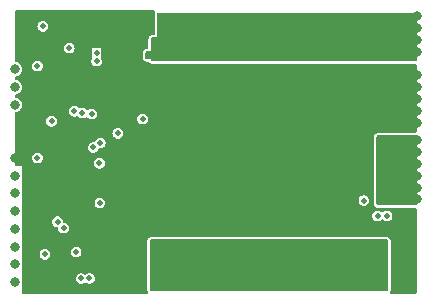
<source format=gbr>
%TF.GenerationSoftware,KiCad,Pcbnew,7.0.9*%
%TF.CreationDate,2024-04-04T22:54:04+08:00*%
%TF.ProjectId,power_module_v0.1,706f7765-725f-46d6-9f64-756c655f7630,rev?*%
%TF.SameCoordinates,Original*%
%TF.FileFunction,Copper,L2,Inr*%
%TF.FilePolarity,Positive*%
%FSLAX46Y46*%
G04 Gerber Fmt 4.6, Leading zero omitted, Abs format (unit mm)*
G04 Created by KiCad (PCBNEW 7.0.9) date 2024-04-04 22:54:04*
%MOMM*%
%LPD*%
G01*
G04 APERTURE LIST*
%TA.AperFunction,ViaPad*%
%ADD10C,0.800000*%
%TD*%
%TA.AperFunction,ViaPad*%
%ADD11C,0.500000*%
%TD*%
G04 APERTURE END LIST*
D10*
%TO.N,Net-(U1-NRST)*%
X116600000Y-98000000D03*
D11*
X119700000Y-99400000D03*
%TO.N,GNDA*%
X148600000Y-96000000D03*
X137570000Y-108630000D03*
X145070000Y-108630000D03*
X144850000Y-98250000D03*
X120630000Y-112860000D03*
X135850000Y-102000000D03*
X136600000Y-95250000D03*
X137350000Y-101250000D03*
X126800000Y-95600000D03*
X139600000Y-101250000D03*
X138100000Y-104000000D03*
X134340000Y-106800000D03*
X126200000Y-104350000D03*
X128700000Y-101700000D03*
X149350000Y-95250000D03*
X124400000Y-113700000D03*
X143350000Y-101250000D03*
X126800000Y-93800000D03*
X140350000Y-102000000D03*
X147100000Y-97500000D03*
X136600000Y-98250000D03*
X149350000Y-96000000D03*
X134600000Y-96000000D03*
X134350000Y-99750000D03*
X138850000Y-104000000D03*
X124200000Y-90500000D03*
X117740000Y-107130000D03*
X134350000Y-104750000D03*
X138850000Y-105500000D03*
X136590000Y-106800000D03*
X139600000Y-100500000D03*
X117650000Y-98850000D03*
X134600000Y-96750000D03*
X136600000Y-99750000D03*
X136600000Y-102000000D03*
X138100000Y-99000000D03*
X133600000Y-104750000D03*
X144850000Y-103500000D03*
X141850000Y-104750000D03*
X121250000Y-99100000D03*
X142600000Y-100500000D03*
X139600000Y-104000000D03*
X122250000Y-91000000D03*
X137350000Y-99750000D03*
X141850000Y-99000000D03*
X129000000Y-95400000D03*
X138850000Y-95250000D03*
X139600000Y-97500000D03*
X138850000Y-104750000D03*
X122800000Y-96650000D03*
X142600000Y-97500000D03*
X138100000Y-100500000D03*
X148600000Y-95250000D03*
X138100000Y-104000000D03*
X123000000Y-90500000D03*
X125800000Y-102000000D03*
X126200000Y-96200000D03*
X119850000Y-105049500D03*
X120550000Y-92400000D03*
X146350000Y-98250000D03*
X128100000Y-100750000D03*
X138100000Y-104750000D03*
X135100000Y-104000000D03*
X137350000Y-100500000D03*
X130400000Y-96000000D03*
X122000000Y-103300000D03*
X135850000Y-98250000D03*
X124250000Y-91600000D03*
X136600000Y-104750000D03*
X135100000Y-97500000D03*
X135570000Y-108630000D03*
X117480000Y-104760000D03*
X138850000Y-97500000D03*
X137350000Y-104000000D03*
X137340000Y-106800000D03*
X144850000Y-101250000D03*
X136600000Y-104000000D03*
X141100000Y-104000000D03*
X125950000Y-113600000D03*
X122800000Y-113700000D03*
X147100000Y-96000000D03*
X125230000Y-107980000D03*
X134570000Y-108630000D03*
X144100000Y-96750000D03*
X121442984Y-102900000D03*
X124100000Y-111500000D03*
X144840000Y-106800000D03*
X126200000Y-103700000D03*
X136600000Y-99000000D03*
D10*
X116600000Y-102500000D03*
D11*
X119400000Y-96400000D03*
X122418886Y-91631114D03*
X126205014Y-105550500D03*
X136570000Y-108630000D03*
X148600000Y-99000000D03*
X122200000Y-109000000D03*
X141570000Y-108630000D03*
X140350000Y-100500000D03*
X137350000Y-104750000D03*
X143350000Y-102000000D03*
X142600000Y-98250000D03*
X135850000Y-104000000D03*
X141100000Y-102000000D03*
X141100000Y-101250000D03*
X143350000Y-95250000D03*
X121400000Y-95000000D03*
X135100000Y-104750000D03*
X146350000Y-96000000D03*
X144050000Y-103450000D03*
X133570000Y-108630000D03*
D10*
X150600000Y-99500000D03*
D11*
X132100000Y-95400000D03*
X144100000Y-96000000D03*
X140350000Y-101250000D03*
X140350000Y-97500000D03*
X117000000Y-99600000D03*
X140570000Y-108630000D03*
X139600000Y-104000000D03*
X126200000Y-95000000D03*
X125600000Y-94400000D03*
X121100000Y-109400000D03*
X143350000Y-105500000D03*
X126150000Y-109500000D03*
X138850000Y-99750000D03*
X140350000Y-95250000D03*
X134350000Y-100500000D03*
X122700000Y-94000000D03*
X148600000Y-96750000D03*
X138570000Y-108630000D03*
X121700000Y-90500000D03*
X135100000Y-100500000D03*
X140350000Y-99750000D03*
X135100000Y-99750000D03*
X141850000Y-95250000D03*
X138100000Y-105500000D03*
X142600000Y-105500000D03*
X120750000Y-97250000D03*
X134350000Y-104000000D03*
X133590000Y-106800000D03*
X142600000Y-104750000D03*
X147850000Y-96750000D03*
X134350000Y-101250000D03*
X117200000Y-90500000D03*
X137350000Y-99000000D03*
X125600000Y-96200000D03*
X135850000Y-104000000D03*
X136600000Y-104000000D03*
X140350000Y-104750000D03*
X138100000Y-98250000D03*
X121350000Y-92400000D03*
X121400000Y-96700000D03*
X144850000Y-102000000D03*
X148600000Y-99750000D03*
X133600000Y-105500000D03*
X122699500Y-93200000D03*
X126200000Y-106900000D03*
X141840000Y-106800000D03*
X133600000Y-101250000D03*
X137350000Y-102000000D03*
X147100000Y-96750000D03*
X120100000Y-96400000D03*
X136600000Y-105500000D03*
X139600000Y-99750000D03*
X141100000Y-97500000D03*
X138850000Y-98250000D03*
X145350000Y-105000000D03*
X126200000Y-103100000D03*
X135850000Y-105500000D03*
X138100000Y-105500000D03*
X117325000Y-92175000D03*
X117850000Y-94000000D03*
X126800000Y-95000000D03*
X137350000Y-104750000D03*
X143570000Y-108630000D03*
X149350000Y-99000000D03*
X126500000Y-96700000D03*
D10*
X150600000Y-95500000D03*
D11*
X144850000Y-102750000D03*
X126150000Y-110400000D03*
X137350000Y-104000000D03*
X138100000Y-97500000D03*
X117680000Y-99600000D03*
X137350000Y-105500000D03*
X124250000Y-92350000D03*
X129000000Y-96000000D03*
X121400000Y-95700000D03*
X135850000Y-95250000D03*
X138850000Y-99000000D03*
X140350000Y-104000000D03*
X146350000Y-96750000D03*
X136600000Y-101250000D03*
X122200000Y-108200000D03*
X126200000Y-93800000D03*
X144100000Y-95250000D03*
X138850000Y-100500000D03*
X142600000Y-96750000D03*
X135100000Y-102000000D03*
X140340000Y-106800000D03*
X141100000Y-99000000D03*
X135850000Y-101250000D03*
X122100000Y-113700000D03*
X137350000Y-97500000D03*
X121100000Y-110200000D03*
X146350000Y-95250000D03*
X122950000Y-92400000D03*
X144100000Y-100500000D03*
X119990000Y-109590000D03*
X147850000Y-97500000D03*
X142570000Y-108630000D03*
X119450498Y-103255169D03*
X141850000Y-96000000D03*
X122000000Y-102500000D03*
X138840000Y-106800000D03*
X144850000Y-95250000D03*
X141100000Y-99750000D03*
X145600000Y-95250000D03*
X121400000Y-97300000D03*
X139570000Y-108630000D03*
X125600000Y-93800000D03*
X138100000Y-104000000D03*
X149350000Y-97500000D03*
X119700000Y-113700000D03*
X120020000Y-110390000D03*
X145600000Y-99000000D03*
X147100000Y-99000000D03*
X135840000Y-106800000D03*
X117000000Y-98850000D03*
X135100000Y-101250000D03*
X147850000Y-98250000D03*
X125100000Y-113700000D03*
X138100000Y-102000000D03*
X126200000Y-94400000D03*
X142600000Y-99750000D03*
X139600000Y-98250000D03*
X125600000Y-91400000D03*
X147100000Y-95250000D03*
X118900000Y-113700000D03*
X144320000Y-108630000D03*
X141090000Y-106800000D03*
X134350000Y-102000000D03*
X136600000Y-104000000D03*
X142600000Y-95250000D03*
X121450000Y-112870000D03*
X143350000Y-98250000D03*
X149350000Y-99750000D03*
X129800000Y-95400000D03*
X123600000Y-113700000D03*
X125780000Y-107390000D03*
X120600000Y-90500000D03*
X126150000Y-111750000D03*
X137350000Y-104000000D03*
X147850000Y-99750000D03*
X145600000Y-99750000D03*
X118070000Y-109180000D03*
X142590000Y-106800000D03*
X138100000Y-95250000D03*
X139600000Y-104750000D03*
X147850000Y-99000000D03*
X118100000Y-113700000D03*
X126800000Y-96200000D03*
X143350000Y-96000000D03*
X143340000Y-106800000D03*
X121300000Y-113700000D03*
X125600000Y-95600000D03*
X135100000Y-105500000D03*
X145350000Y-104000000D03*
X144850000Y-97500000D03*
X147850000Y-95250000D03*
X130400000Y-95400000D03*
X144100000Y-102000000D03*
X144100000Y-98250000D03*
X139600000Y-99000000D03*
X145600000Y-96000000D03*
X139600000Y-102000000D03*
X141100000Y-105500000D03*
X147850000Y-96000000D03*
X144100000Y-101250000D03*
X141850000Y-105500000D03*
X145600000Y-97500000D03*
X142600000Y-102000000D03*
X138100000Y-99750000D03*
D10*
X150600000Y-98500000D03*
D11*
X119427657Y-105542937D03*
X141100000Y-95250000D03*
X141850000Y-99750000D03*
X125650000Y-110000000D03*
X118060000Y-104170000D03*
X138100000Y-104750000D03*
X125300000Y-102800000D03*
X125600000Y-95000000D03*
X141100000Y-104000000D03*
X141850000Y-101250000D03*
X117200000Y-92900000D03*
X138090000Y-106800000D03*
X138850000Y-101250000D03*
X137350000Y-95250000D03*
X129800000Y-94800000D03*
X138100000Y-101250000D03*
X118070000Y-103510000D03*
X140350000Y-98250000D03*
X118300000Y-90500000D03*
X144090000Y-106800000D03*
X123680000Y-112080000D03*
X142600000Y-99000000D03*
X131500000Y-95400000D03*
X136600000Y-97500000D03*
X144800000Y-105000000D03*
X121500000Y-108450000D03*
X124610000Y-106700000D03*
X125600000Y-90500000D03*
X149350000Y-98250000D03*
D10*
X150600000Y-97500000D03*
D11*
X124646256Y-108485630D03*
X125200000Y-110450000D03*
X141100000Y-104750000D03*
X144100000Y-99750000D03*
X146350000Y-99000000D03*
X126150000Y-111000000D03*
X149350000Y-96750000D03*
X135100000Y-98250000D03*
X145400000Y-106800000D03*
X144850000Y-100500000D03*
X140350000Y-99000000D03*
X135850000Y-97500000D03*
X126100000Y-113000000D03*
X133600000Y-102000000D03*
X142600000Y-96000000D03*
X125300000Y-102200000D03*
X118000000Y-100950000D03*
X119400000Y-95800000D03*
X132850000Y-96000000D03*
X142600000Y-101250000D03*
X141850000Y-96750000D03*
X127450000Y-100750000D03*
X126200000Y-95600000D03*
X128700000Y-100750000D03*
X129000000Y-94800000D03*
X123500000Y-92800000D03*
X120500000Y-113700000D03*
X143350000Y-99000000D03*
X141850000Y-104000000D03*
X130400000Y-94800000D03*
X119512640Y-107770232D03*
X143350000Y-99750000D03*
X135850000Y-104750000D03*
X141850000Y-100500000D03*
X143600000Y-102850000D03*
X124700000Y-110900000D03*
X138850000Y-102000000D03*
X141850000Y-97500000D03*
X143350000Y-100500000D03*
X145600000Y-98250000D03*
X141850000Y-102000000D03*
X125900000Y-96700000D03*
X123200000Y-109800000D03*
X135850000Y-99000000D03*
X146350000Y-97500000D03*
X126150000Y-112350000D03*
X140350000Y-105500000D03*
X125300000Y-101500000D03*
X139600000Y-105500000D03*
X135090000Y-106800000D03*
X119500000Y-90500000D03*
X135850000Y-100500000D03*
X120800000Y-96700000D03*
X123000000Y-91300000D03*
X126200000Y-104948977D03*
X133600000Y-104000000D03*
X129800000Y-96000000D03*
X144850000Y-96000000D03*
X148600000Y-98250000D03*
X136600000Y-100500000D03*
X144850000Y-99000000D03*
X147100000Y-98250000D03*
X137350000Y-98250000D03*
X144100000Y-97500000D03*
X118100916Y-106476196D03*
X148600000Y-97500000D03*
X146350000Y-99750000D03*
X143350000Y-96750000D03*
X133600000Y-100500000D03*
X123500000Y-93600497D03*
X126800000Y-94400000D03*
X145600000Y-96750000D03*
X144850000Y-99750000D03*
X139600000Y-95250000D03*
X139590000Y-106800000D03*
X121390000Y-94100000D03*
D10*
X150600000Y-96500000D03*
D11*
X133850000Y-96000000D03*
X135850000Y-99750000D03*
X144850000Y-101250000D03*
X141850000Y-98250000D03*
X144550000Y-104050000D03*
X122700000Y-110300000D03*
X127400000Y-94800000D03*
X120049445Y-95791374D03*
X143350000Y-97500000D03*
X117850000Y-92900000D03*
X138850000Y-104000000D03*
X141100000Y-98250000D03*
X134350000Y-105500000D03*
X140350000Y-104000000D03*
X117200000Y-94000000D03*
X144100000Y-99000000D03*
X126200000Y-102450497D03*
X147100000Y-99750000D03*
X144850000Y-96750000D03*
X141100000Y-100500000D03*
%TO.N,+5VA*%
X125300000Y-100400000D03*
X118950000Y-91350000D03*
%TO.N,Net-(U2-VSEN+)*%
X132600000Y-111250000D03*
X129600000Y-112000000D03*
X134850000Y-112000000D03*
X147600000Y-113500000D03*
X146850000Y-112750000D03*
X134850000Y-112750000D03*
X128600000Y-109750000D03*
X131100000Y-112000000D03*
X146350000Y-110500000D03*
X133350000Y-112000000D03*
X140100000Y-112750000D03*
X131850000Y-109750000D03*
X146850000Y-113500000D03*
X147850000Y-111250000D03*
X137850000Y-113500000D03*
X147850000Y-110500000D03*
X144600000Y-109750000D03*
X140100000Y-113500000D03*
X147100000Y-110500000D03*
X121770332Y-110461723D03*
X136350000Y-113500000D03*
X134850000Y-113500000D03*
X138600000Y-112000000D03*
X146100000Y-113500000D03*
X132600000Y-112750000D03*
X141600000Y-113500000D03*
X131100000Y-113500000D03*
X144600000Y-113500000D03*
X131100000Y-112750000D03*
X134850000Y-111250000D03*
X145350000Y-113500000D03*
X131850000Y-112000000D03*
X128600000Y-110500000D03*
X132600000Y-110500000D03*
X137850000Y-112000000D03*
X137100000Y-113500000D03*
X143100000Y-113500000D03*
X130350000Y-112000000D03*
X147850000Y-109750000D03*
X133350000Y-109750000D03*
X130350000Y-110500000D03*
X133350000Y-112750000D03*
X142350000Y-113500000D03*
X146100000Y-112750000D03*
X143100000Y-112750000D03*
X134100000Y-112000000D03*
X138600000Y-109750000D03*
X129600000Y-109750000D03*
X131100000Y-110500000D03*
X142350000Y-109750000D03*
X132600000Y-113500000D03*
X142350000Y-112000000D03*
X130350000Y-112750000D03*
X146100000Y-112000000D03*
X140850000Y-109750000D03*
X131100000Y-111250000D03*
X133350000Y-111250000D03*
X141600000Y-109750000D03*
X134100000Y-109750000D03*
X129600000Y-112750000D03*
X132600000Y-112000000D03*
X147600000Y-112000000D03*
X135600000Y-112000000D03*
X134100000Y-110500000D03*
X134100000Y-112750000D03*
X136350000Y-111250000D03*
X139350000Y-113500000D03*
X143850000Y-109750000D03*
X131850000Y-110500000D03*
X139350000Y-112000000D03*
X129600000Y-110500000D03*
X128600000Y-112000000D03*
X146144500Y-106100000D03*
X144600000Y-112000000D03*
X128600000Y-113500000D03*
X145350000Y-112000000D03*
X131850000Y-112750000D03*
X134100000Y-111250000D03*
X145350000Y-109750000D03*
X143100000Y-109750000D03*
X143850000Y-112000000D03*
X131850000Y-111250000D03*
X143100000Y-112000000D03*
X137850000Y-109750000D03*
X146350000Y-111250000D03*
X132600000Y-109750000D03*
X137850000Y-112750000D03*
X147100000Y-109750000D03*
X147100000Y-111250000D03*
X140850000Y-112000000D03*
X131850000Y-113500000D03*
X140850000Y-113500000D03*
X140100000Y-112000000D03*
X129600000Y-113500000D03*
X133350000Y-110500000D03*
X137100000Y-112750000D03*
X136350000Y-112750000D03*
X130350000Y-109750000D03*
X141600000Y-112750000D03*
X140850000Y-112750000D03*
X142350000Y-112750000D03*
X138600000Y-113500000D03*
X139364224Y-112741396D03*
X130350000Y-111250000D03*
X137100000Y-112000000D03*
X143850000Y-112750000D03*
X134100000Y-113500000D03*
X130350000Y-113500000D03*
X139350000Y-109750000D03*
X144600000Y-112750000D03*
X138600000Y-112750000D03*
X131100000Y-109750000D03*
X146350000Y-109750000D03*
X128600000Y-112750000D03*
X129600000Y-111250000D03*
X141600000Y-112000000D03*
X146850000Y-112000000D03*
X135600000Y-113500000D03*
X136350000Y-112000000D03*
X139999503Y-109750000D03*
X145350000Y-112750000D03*
X123500000Y-94300000D03*
X147600000Y-112750000D03*
X135600000Y-111250000D03*
X135600000Y-112750000D03*
X128600000Y-111250000D03*
X133350000Y-113500000D03*
X143850000Y-113500000D03*
%TO.N,VCC*%
X141850000Y-93750000D03*
X127400000Y-99200000D03*
X144850000Y-90750000D03*
X132850000Y-90750000D03*
X138100000Y-92250000D03*
X149350000Y-92250000D03*
X145600000Y-92250000D03*
X135850000Y-90750000D03*
X144100000Y-93750000D03*
X147850000Y-93750000D03*
X138850000Y-90750000D03*
X148600000Y-93750000D03*
X136600000Y-90750000D03*
X144850000Y-91500000D03*
X141100000Y-92250000D03*
X130200000Y-93800000D03*
X144100000Y-92250000D03*
X136600000Y-92250000D03*
X142600000Y-92250000D03*
X141850000Y-92250000D03*
X144850000Y-93750000D03*
X138850000Y-92250000D03*
X132100000Y-93000000D03*
X135850000Y-92250000D03*
X138850000Y-91500000D03*
X146350000Y-93750000D03*
X140350000Y-90750000D03*
X149350000Y-93750000D03*
X148600000Y-91500000D03*
X130600000Y-90750000D03*
X144100000Y-93000000D03*
X137350000Y-90750000D03*
X129100000Y-90750000D03*
X147100000Y-91500000D03*
X143350000Y-93000000D03*
X148600000Y-90750000D03*
X142600000Y-93000000D03*
X133600000Y-90750000D03*
X135850000Y-91500000D03*
D10*
X150600000Y-93500000D03*
D11*
X132100000Y-91500000D03*
X147850000Y-92250000D03*
X144100000Y-90750000D03*
X145600000Y-93750000D03*
X135100000Y-90750000D03*
X129850000Y-90750000D03*
X131350000Y-91500000D03*
X149350000Y-90750000D03*
X143350000Y-92250000D03*
X145600000Y-90750000D03*
X132100000Y-92250000D03*
X135100000Y-92250000D03*
X146350000Y-90750000D03*
X141850000Y-93000000D03*
X145600000Y-93000000D03*
X134350000Y-92250000D03*
X134350000Y-91500000D03*
X145600000Y-91500000D03*
D10*
X150600000Y-90500000D03*
D11*
X144100000Y-91500000D03*
X137350000Y-91500000D03*
X147100000Y-93000000D03*
X128100000Y-93800000D03*
X129850000Y-91500000D03*
X133600000Y-92250000D03*
X133600000Y-91500000D03*
X134350000Y-90750000D03*
X137350000Y-92250000D03*
X143350000Y-93750000D03*
X138100000Y-91500000D03*
X142600000Y-91500000D03*
X140350000Y-91500000D03*
D10*
X150600000Y-92500000D03*
D11*
X147100000Y-93750000D03*
X132100000Y-90750000D03*
X128800000Y-93800000D03*
X139600000Y-92250000D03*
X146350000Y-92250000D03*
X143350000Y-91500000D03*
X147850000Y-93000000D03*
X132850000Y-91500000D03*
X129100000Y-91500000D03*
X140350000Y-92250000D03*
X142600000Y-93750000D03*
X149350000Y-91500000D03*
X148600000Y-92250000D03*
X144850000Y-93000000D03*
X149350000Y-93000000D03*
X141850000Y-90750000D03*
X146350000Y-91500000D03*
X143350000Y-90750000D03*
X141100000Y-91500000D03*
X142600000Y-90750000D03*
X141850000Y-91500000D03*
X148600000Y-93000000D03*
X139600000Y-90750000D03*
X146350000Y-93000000D03*
X131350000Y-90750000D03*
X147100000Y-90750000D03*
X139600000Y-91500000D03*
X147850000Y-91500000D03*
X129500000Y-93800000D03*
X141100000Y-90750000D03*
X144850000Y-92250000D03*
X130600000Y-91500000D03*
X138100000Y-90750000D03*
X135100000Y-91500000D03*
X136600000Y-91500000D03*
X147100000Y-92250000D03*
D10*
X150600000Y-91500000D03*
D11*
X147850000Y-90750000D03*
X132850000Y-92250000D03*
%TO.N,+3.3V*%
X118500000Y-102500000D03*
X118500000Y-94700000D03*
X119130000Y-110660000D03*
D10*
X116600000Y-104000000D03*
D11*
X123790000Y-106300000D03*
X121200000Y-93200000D03*
X123100000Y-98790000D03*
X123742333Y-102953937D03*
D10*
X116600000Y-104000000D03*
D11*
%TO.N,I2C0_SCL*%
X123809998Y-101226361D03*
X120200000Y-107900000D03*
D10*
X116600000Y-111500000D03*
%TO.N,UART_TXD*%
X116600000Y-105500000D03*
%TO.N,UART_RXD*%
X116600000Y-107000000D03*
D11*
%TO.N,I2C0_SDA*%
X123224500Y-101609109D03*
X120711349Y-108434212D03*
D10*
X116600000Y-113000000D03*
D11*
%TO.N,Net-(U3-Vin-)*%
X147300000Y-107400000D03*
X122200000Y-112700000D03*
%TO.N,Net-(U3-Vin+)*%
X148100000Y-107400000D03*
X122899503Y-112700000D03*
%TO.N,/VOUT*%
X148600000Y-104000000D03*
X148600000Y-104750000D03*
X148600000Y-106250000D03*
X149350000Y-103250000D03*
X147850000Y-102500000D03*
D10*
X150600000Y-103000000D03*
D11*
X147850000Y-104750000D03*
X147850000Y-105500000D03*
X147850000Y-101750000D03*
X147850000Y-104000000D03*
X149350000Y-102500000D03*
D10*
X150600000Y-106000000D03*
D11*
X149350000Y-104750000D03*
X148600000Y-102500000D03*
D10*
X150600000Y-105000000D03*
D11*
X148600000Y-103250000D03*
X147950497Y-101000000D03*
X149350000Y-104000000D03*
X147850000Y-106250000D03*
X149350000Y-106250000D03*
D10*
X150600000Y-101000000D03*
D11*
X147850000Y-103250000D03*
D10*
X150600000Y-102000000D03*
D11*
X149350000Y-105500000D03*
X148600000Y-101000000D03*
X149350000Y-101000000D03*
X148600000Y-101750000D03*
X148600000Y-105500000D03*
D10*
X150600000Y-104000000D03*
D11*
X149350000Y-101750000D03*
D10*
%TO.N,GPIO2*%
X116600000Y-108500000D03*
%TO.N,GPIO3*%
X116600000Y-110000000D03*
D11*
%TO.N,SWDIO*%
X122300000Y-98700000D03*
D10*
X116600000Y-95000000D03*
%TO.N,SWCLK*%
X116600000Y-96500000D03*
D11*
X121617128Y-98549500D03*
%TD*%
%TA.AperFunction,Conductor*%
%TO.N,VCC*%
G36*
X150542539Y-90209685D02*
G01*
X150588294Y-90262489D01*
X150599500Y-90314000D01*
X150599500Y-94186000D01*
X150579815Y-94253039D01*
X150527011Y-94298794D01*
X150475500Y-94310000D01*
X128214000Y-94310000D01*
X128146961Y-94290315D01*
X128101206Y-94237511D01*
X128090000Y-94186000D01*
X128090000Y-94130000D01*
X127754000Y-94130000D01*
X127686961Y-94110315D01*
X127641206Y-94057511D01*
X127630000Y-94006000D01*
X127630000Y-93574000D01*
X127649685Y-93506961D01*
X127702489Y-93461206D01*
X127754000Y-93450000D01*
X128100000Y-93450000D01*
X128100000Y-92414000D01*
X128119685Y-92346961D01*
X128172489Y-92301206D01*
X128224000Y-92290000D01*
X128640000Y-92290000D01*
X128640000Y-90314000D01*
X128659685Y-90246961D01*
X128712489Y-90201206D01*
X128764000Y-90190000D01*
X150475500Y-90190000D01*
X150542539Y-90209685D01*
G37*
%TD.AperFunction*%
%TD*%
%TA.AperFunction,Conductor*%
%TO.N,/VOUT*%
G36*
X150542386Y-100594768D02*
G01*
X150588218Y-100647505D01*
X150599500Y-100699182D01*
X150599500Y-106376000D01*
X150579815Y-106443039D01*
X150527011Y-106488794D01*
X150475500Y-106500000D01*
X147324000Y-106500000D01*
X147256961Y-106480315D01*
X147211206Y-106427511D01*
X147200000Y-106376000D01*
X147200000Y-100703817D01*
X147219685Y-100636778D01*
X147272489Y-100591023D01*
X147323813Y-100579817D01*
X150475322Y-100575183D01*
X150542386Y-100594768D01*
G37*
%TD.AperFunction*%
%TD*%
%TA.AperFunction,Conductor*%
%TO.N,GNDA*%
G36*
X128423583Y-90020185D02*
G01*
X128469338Y-90072989D01*
X128479282Y-90142147D01*
X128464765Y-90185031D01*
X128462510Y-90189063D01*
X128462510Y-90189064D01*
X128462509Y-90189064D01*
X128442826Y-90256096D01*
X128434500Y-90314003D01*
X128434500Y-91960500D01*
X128414815Y-92027539D01*
X128362011Y-92073294D01*
X128310500Y-92084500D01*
X128223992Y-92084500D01*
X128180313Y-92089197D01*
X128128807Y-92100402D01*
X128118629Y-92102889D01*
X128118624Y-92102891D01*
X128037916Y-92145899D01*
X128037913Y-92145901D01*
X127993244Y-92184607D01*
X127985111Y-92191655D01*
X127967159Y-92209243D01*
X127967154Y-92209249D01*
X127922511Y-92289059D01*
X127922509Y-92289064D01*
X127902826Y-92356096D01*
X127894500Y-92414003D01*
X127894500Y-93120500D01*
X127874815Y-93187539D01*
X127822011Y-93233294D01*
X127770500Y-93244500D01*
X127753992Y-93244500D01*
X127710313Y-93249197D01*
X127658807Y-93260402D01*
X127648629Y-93262889D01*
X127648624Y-93262891D01*
X127567916Y-93305899D01*
X127567913Y-93305901D01*
X127542149Y-93328226D01*
X127515111Y-93351655D01*
X127497159Y-93369243D01*
X127497154Y-93369249D01*
X127452511Y-93449059D01*
X127452509Y-93449064D01*
X127432826Y-93516096D01*
X127432825Y-93516101D01*
X127432825Y-93516102D01*
X127428819Y-93543967D01*
X127424500Y-93574003D01*
X127424500Y-94006007D01*
X127429197Y-94049686D01*
X127440402Y-94101193D01*
X127441815Y-94106975D01*
X127442890Y-94111373D01*
X127485900Y-94192085D01*
X127531655Y-94244889D01*
X127549246Y-94262843D01*
X127549247Y-94262844D01*
X127549249Y-94262845D01*
X127629059Y-94307488D01*
X127629063Y-94307490D01*
X127696102Y-94327175D01*
X127754000Y-94335500D01*
X127857570Y-94335500D01*
X127924609Y-94355185D01*
X127951281Y-94378296D01*
X127991655Y-94424889D01*
X128009246Y-94442843D01*
X128009247Y-94442844D01*
X128009249Y-94442845D01*
X128087563Y-94486651D01*
X128089063Y-94487490D01*
X128156102Y-94507175D01*
X128214000Y-94515500D01*
X128214004Y-94515500D01*
X150475500Y-94515500D01*
X150542539Y-94535185D01*
X150588294Y-94587989D01*
X150599500Y-94639500D01*
X150599500Y-100245682D01*
X150579815Y-100312721D01*
X150527011Y-100358476D01*
X150475682Y-100369682D01*
X147894457Y-100373477D01*
X147323511Y-100374317D01*
X147301744Y-100376682D01*
X147279973Y-100379047D01*
X147252890Y-100384960D01*
X147228653Y-100390253D01*
X147223640Y-100391480D01*
X147218628Y-100392706D01*
X147218626Y-100392707D01*
X147137916Y-100435716D01*
X147137913Y-100435718D01*
X147093244Y-100474424D01*
X147085111Y-100481472D01*
X147067159Y-100499060D01*
X147067154Y-100499066D01*
X147022511Y-100578876D01*
X147022509Y-100578881D01*
X147002826Y-100645913D01*
X147002825Y-100645918D01*
X147002825Y-100645919D01*
X146995458Y-100697159D01*
X146994500Y-100703820D01*
X146994500Y-106376007D01*
X146999197Y-106419686D01*
X147010402Y-106471193D01*
X147012889Y-106481370D01*
X147012890Y-106481373D01*
X147055900Y-106562085D01*
X147101655Y-106614889D01*
X147119246Y-106632843D01*
X147119247Y-106632844D01*
X147119249Y-106632845D01*
X147197563Y-106676651D01*
X147199063Y-106677490D01*
X147266102Y-106697175D01*
X147304963Y-106702762D01*
X147344324Y-106720739D01*
X147396223Y-106705500D01*
X148003776Y-106705500D01*
X148070815Y-106725185D01*
X148099999Y-106758865D01*
X148129184Y-106725185D01*
X148196223Y-106705500D01*
X150475500Y-106705500D01*
X150542539Y-106725185D01*
X150588294Y-106777989D01*
X150599500Y-106829500D01*
X150599500Y-113875500D01*
X150579815Y-113942539D01*
X150527011Y-113988294D01*
X150475500Y-113999500D01*
X148477862Y-113999500D01*
X148410823Y-113979815D01*
X148365068Y-113927011D01*
X148355124Y-113857853D01*
X148369641Y-113814967D01*
X148377490Y-113800937D01*
X148397175Y-113733898D01*
X148405500Y-113676000D01*
X148405500Y-109524000D01*
X148400803Y-109480316D01*
X148396535Y-109460701D01*
X148389598Y-109428807D01*
X148387110Y-109418629D01*
X148387110Y-109418627D01*
X148344100Y-109337915D01*
X148298345Y-109285111D01*
X148280756Y-109267159D01*
X148280750Y-109267154D01*
X148200940Y-109222511D01*
X148200935Y-109222509D01*
X148133903Y-109202826D01*
X148133899Y-109202825D01*
X148133898Y-109202825D01*
X148076000Y-109194500D01*
X128124000Y-109194500D01*
X128123992Y-109194500D01*
X128080313Y-109199197D01*
X128028807Y-109210402D01*
X128018629Y-109212889D01*
X128018624Y-109212891D01*
X127937916Y-109255899D01*
X127937913Y-109255901D01*
X127924921Y-109267159D01*
X127885111Y-109301655D01*
X127867159Y-109319243D01*
X127867154Y-109319249D01*
X127822511Y-109399059D01*
X127822509Y-109399064D01*
X127802826Y-109466096D01*
X127802825Y-109466101D01*
X127802825Y-109466102D01*
X127794502Y-109523992D01*
X127794500Y-109524003D01*
X127794500Y-113676007D01*
X127799197Y-113719686D01*
X127810402Y-113771193D01*
X127812889Y-113781370D01*
X127812890Y-113781373D01*
X127823315Y-113800937D01*
X127831974Y-113817185D01*
X127846130Y-113885606D01*
X127821047Y-113950818D01*
X127764690Y-113992117D01*
X127722542Y-113999500D01*
X117324000Y-113999500D01*
X117256961Y-113979815D01*
X117211206Y-113927011D01*
X117200000Y-113875500D01*
X117200000Y-113047225D01*
X117200531Y-113039124D01*
X117201188Y-113034139D01*
X117205682Y-113000000D01*
X117200530Y-112960871D01*
X117200000Y-112952773D01*
X117200000Y-112700000D01*
X121744867Y-112700000D01*
X121763302Y-112828225D01*
X121817117Y-112946061D01*
X121817118Y-112946063D01*
X121863853Y-112999999D01*
X121897754Y-113039124D01*
X121901951Y-113043967D01*
X122010931Y-113114004D01*
X122135225Y-113150499D01*
X122135227Y-113150500D01*
X122135228Y-113150500D01*
X122264773Y-113150500D01*
X122264773Y-113150499D01*
X122389069Y-113114004D01*
X122482713Y-113053822D01*
X122549752Y-113034139D01*
X122616790Y-113053823D01*
X122710434Y-113114004D01*
X122834728Y-113150499D01*
X122834730Y-113150500D01*
X122834731Y-113150500D01*
X122964276Y-113150500D01*
X122964276Y-113150499D01*
X123088572Y-113114004D01*
X123197552Y-113043967D01*
X123282385Y-112946063D01*
X123336200Y-112828226D01*
X123354636Y-112700000D01*
X123336200Y-112571774D01*
X123282385Y-112453937D01*
X123197552Y-112356033D01*
X123088572Y-112285996D01*
X123088568Y-112285994D01*
X123088567Y-112285994D01*
X122964277Y-112249500D01*
X122964275Y-112249500D01*
X122834731Y-112249500D01*
X122834729Y-112249500D01*
X122710438Y-112285994D01*
X122710435Y-112285995D01*
X122710434Y-112285996D01*
X122639099Y-112331839D01*
X122616790Y-112346177D01*
X122549750Y-112365861D01*
X122482713Y-112346177D01*
X122389069Y-112285996D01*
X122389065Y-112285994D01*
X122389064Y-112285994D01*
X122264774Y-112249500D01*
X122264772Y-112249500D01*
X122135228Y-112249500D01*
X122135226Y-112249500D01*
X122010935Y-112285994D01*
X122010932Y-112285995D01*
X122010931Y-112285996D01*
X121959677Y-112318934D01*
X121901950Y-112356033D01*
X121817118Y-112453937D01*
X121817117Y-112453938D01*
X121763302Y-112571774D01*
X121744867Y-112700000D01*
X117200000Y-112700000D01*
X117200000Y-111547225D01*
X117200531Y-111539124D01*
X117205682Y-111500000D01*
X117205682Y-111499999D01*
X117200531Y-111460875D01*
X117200000Y-111452773D01*
X117200000Y-110660000D01*
X118674867Y-110660000D01*
X118693302Y-110788225D01*
X118733264Y-110875727D01*
X118747118Y-110906063D01*
X118831951Y-111003967D01*
X118940931Y-111074004D01*
X119065225Y-111110499D01*
X119065227Y-111110500D01*
X119065228Y-111110500D01*
X119194773Y-111110500D01*
X119194773Y-111110499D01*
X119319069Y-111074004D01*
X119428049Y-111003967D01*
X119512882Y-110906063D01*
X119566697Y-110788226D01*
X119585133Y-110660000D01*
X119566697Y-110531774D01*
X119534705Y-110461723D01*
X121315199Y-110461723D01*
X121333634Y-110589948D01*
X121387449Y-110707784D01*
X121387450Y-110707786D01*
X121472283Y-110805690D01*
X121581263Y-110875727D01*
X121705557Y-110912222D01*
X121705559Y-110912223D01*
X121705560Y-110912223D01*
X121835105Y-110912223D01*
X121835105Y-110912222D01*
X121959401Y-110875727D01*
X122068381Y-110805690D01*
X122153214Y-110707786D01*
X122207029Y-110589949D01*
X122225465Y-110461723D01*
X122207029Y-110333497D01*
X122153214Y-110215660D01*
X122068381Y-110117756D01*
X121959401Y-110047719D01*
X121959397Y-110047717D01*
X121959396Y-110047717D01*
X121835106Y-110011223D01*
X121835104Y-110011223D01*
X121705560Y-110011223D01*
X121705558Y-110011223D01*
X121581267Y-110047717D01*
X121581264Y-110047718D01*
X121581263Y-110047719D01*
X121530009Y-110080657D01*
X121472282Y-110117756D01*
X121387450Y-110215660D01*
X121387449Y-110215661D01*
X121333634Y-110333497D01*
X121315199Y-110461723D01*
X119534705Y-110461723D01*
X119512882Y-110413937D01*
X119428049Y-110316033D01*
X119319069Y-110245996D01*
X119319065Y-110245994D01*
X119319064Y-110245994D01*
X119194774Y-110209500D01*
X119194772Y-110209500D01*
X119065228Y-110209500D01*
X119065226Y-110209500D01*
X118940935Y-110245994D01*
X118940932Y-110245995D01*
X118940931Y-110245996D01*
X118889677Y-110278934D01*
X118831950Y-110316033D01*
X118747118Y-110413937D01*
X118747117Y-110413938D01*
X118693302Y-110531774D01*
X118674867Y-110660000D01*
X117200000Y-110660000D01*
X117200000Y-110047225D01*
X117200531Y-110039124D01*
X117205682Y-110000000D01*
X117205682Y-109999999D01*
X117200531Y-109960875D01*
X117200000Y-109952773D01*
X117200000Y-108547225D01*
X117200531Y-108539124D01*
X117205682Y-108500000D01*
X117205682Y-108499999D01*
X117200531Y-108460875D01*
X117200000Y-108452773D01*
X117200000Y-107900000D01*
X119744867Y-107900000D01*
X119763302Y-108028225D01*
X119791626Y-108090245D01*
X119817118Y-108146063D01*
X119901951Y-108243967D01*
X120010931Y-108314004D01*
X120131594Y-108349433D01*
X120135225Y-108350499D01*
X120135227Y-108350500D01*
X120136733Y-108350500D01*
X120138178Y-108350924D01*
X120144005Y-108351762D01*
X120143884Y-108352599D01*
X120203772Y-108370185D01*
X120249527Y-108422989D01*
X120259471Y-108456853D01*
X120274651Y-108562437D01*
X120317729Y-108656762D01*
X120328467Y-108680275D01*
X120413300Y-108778179D01*
X120522280Y-108848216D01*
X120646574Y-108884711D01*
X120646576Y-108884712D01*
X120646577Y-108884712D01*
X120776122Y-108884712D01*
X120776122Y-108884711D01*
X120900418Y-108848216D01*
X121009398Y-108778179D01*
X121094231Y-108680275D01*
X121148046Y-108562438D01*
X121166482Y-108434212D01*
X121148046Y-108305986D01*
X121094231Y-108188149D01*
X121009398Y-108090245D01*
X120900418Y-108020208D01*
X120900414Y-108020206D01*
X120900413Y-108020206D01*
X120776123Y-107983712D01*
X120776121Y-107983712D01*
X120774616Y-107983712D01*
X120773170Y-107983287D01*
X120767344Y-107982450D01*
X120767464Y-107981612D01*
X120707577Y-107964027D01*
X120661822Y-107911223D01*
X120651878Y-107877359D01*
X120636697Y-107771774D01*
X120582882Y-107653938D01*
X120582882Y-107653937D01*
X120498049Y-107556033D01*
X120389069Y-107485996D01*
X120389065Y-107485994D01*
X120389064Y-107485994D01*
X120264774Y-107449500D01*
X120264772Y-107449500D01*
X120135228Y-107449500D01*
X120135226Y-107449500D01*
X120010935Y-107485994D01*
X120010932Y-107485995D01*
X120010931Y-107485996D01*
X119959677Y-107518934D01*
X119901950Y-107556033D01*
X119817118Y-107653937D01*
X119817117Y-107653938D01*
X119763302Y-107771774D01*
X119744867Y-107900000D01*
X117200000Y-107900000D01*
X117200000Y-107400000D01*
X146844867Y-107400000D01*
X146863302Y-107528225D01*
X146876002Y-107556033D01*
X146917118Y-107646063D01*
X147001951Y-107743967D01*
X147110931Y-107814004D01*
X147235225Y-107850499D01*
X147235227Y-107850500D01*
X147235228Y-107850500D01*
X147364773Y-107850500D01*
X147364773Y-107850499D01*
X147489069Y-107814004D01*
X147598049Y-107743967D01*
X147606284Y-107734462D01*
X147665061Y-107696686D01*
X147734930Y-107696684D01*
X147793710Y-107734456D01*
X147793716Y-107734463D01*
X147801949Y-107743966D01*
X147801951Y-107743967D01*
X147910931Y-107814004D01*
X148035225Y-107850499D01*
X148035227Y-107850500D01*
X148035228Y-107850500D01*
X148164773Y-107850500D01*
X148164773Y-107850499D01*
X148289069Y-107814004D01*
X148398049Y-107743967D01*
X148482882Y-107646063D01*
X148536697Y-107528226D01*
X148555133Y-107400000D01*
X148536697Y-107271774D01*
X148482882Y-107153937D01*
X148398049Y-107056033D01*
X148289069Y-106985996D01*
X148289065Y-106985994D01*
X148289064Y-106985994D01*
X148161290Y-106948477D01*
X148102512Y-106910703D01*
X148100000Y-106905203D01*
X148097489Y-106910703D01*
X148038711Y-106948477D01*
X148038710Y-106948477D01*
X147910935Y-106985994D01*
X147910932Y-106985995D01*
X147910931Y-106985996D01*
X147869435Y-107012663D01*
X147801948Y-107056034D01*
X147793713Y-107065539D01*
X147734936Y-107103314D01*
X147665066Y-107103314D01*
X147606288Y-107065540D01*
X147606287Y-107065539D01*
X147598051Y-107056034D01*
X147571738Y-107039124D01*
X147489069Y-106985996D01*
X147489065Y-106985994D01*
X147489064Y-106985994D01*
X147361290Y-106948477D01*
X147337671Y-106933298D01*
X147304958Y-106948238D01*
X147287313Y-106949500D01*
X147235226Y-106949500D01*
X147110935Y-106985994D01*
X147110932Y-106985995D01*
X147110931Y-106985996D01*
X147059677Y-107018934D01*
X147001950Y-107056033D01*
X146917118Y-107153937D01*
X146917117Y-107153938D01*
X146863302Y-107271774D01*
X146844867Y-107400000D01*
X117200000Y-107400000D01*
X117200000Y-107047225D01*
X117200531Y-107039124D01*
X117205682Y-107000000D01*
X117205682Y-106999999D01*
X117200531Y-106960875D01*
X117200000Y-106952773D01*
X117200000Y-106300000D01*
X123334867Y-106300000D01*
X123353302Y-106428225D01*
X123392477Y-106514004D01*
X123407118Y-106546063D01*
X123491951Y-106643967D01*
X123600931Y-106714004D01*
X123623869Y-106720739D01*
X123725225Y-106750499D01*
X123725227Y-106750500D01*
X123725228Y-106750500D01*
X123854773Y-106750500D01*
X123854773Y-106750499D01*
X123979069Y-106714004D01*
X124088049Y-106643967D01*
X124172882Y-106546063D01*
X124226697Y-106428226D01*
X124245133Y-106300000D01*
X124226697Y-106171774D01*
X124193919Y-106100000D01*
X145689367Y-106100000D01*
X145707802Y-106228225D01*
X145740581Y-106300000D01*
X145761618Y-106346063D01*
X145846451Y-106443967D01*
X145955431Y-106514004D01*
X146064617Y-106546063D01*
X146079725Y-106550499D01*
X146079727Y-106550500D01*
X146079728Y-106550500D01*
X146209273Y-106550500D01*
X146209273Y-106550499D01*
X146333569Y-106514004D01*
X146442549Y-106443967D01*
X146527382Y-106346063D01*
X146581197Y-106228226D01*
X146599633Y-106100000D01*
X146581197Y-105971774D01*
X146527382Y-105853937D01*
X146442549Y-105756033D01*
X146333569Y-105685996D01*
X146333565Y-105685994D01*
X146333564Y-105685994D01*
X146209274Y-105649500D01*
X146209272Y-105649500D01*
X146079728Y-105649500D01*
X146079726Y-105649500D01*
X145955435Y-105685994D01*
X145955432Y-105685995D01*
X145955431Y-105685996D01*
X145904177Y-105718934D01*
X145846450Y-105756033D01*
X145761618Y-105853937D01*
X145761617Y-105853938D01*
X145707802Y-105971774D01*
X145689367Y-106100000D01*
X124193919Y-106100000D01*
X124172882Y-106053937D01*
X124088049Y-105956033D01*
X123979069Y-105885996D01*
X123979065Y-105885994D01*
X123979064Y-105885994D01*
X123854774Y-105849500D01*
X123854772Y-105849500D01*
X123725228Y-105849500D01*
X123725226Y-105849500D01*
X123600935Y-105885994D01*
X123600932Y-105885995D01*
X123600931Y-105885996D01*
X123549677Y-105918934D01*
X123491950Y-105956033D01*
X123407118Y-106053937D01*
X123407117Y-106053938D01*
X123353302Y-106171774D01*
X123334867Y-106300000D01*
X117200000Y-106300000D01*
X117200000Y-105547225D01*
X117200531Y-105539124D01*
X117205682Y-105500000D01*
X117205682Y-105499999D01*
X117200531Y-105460875D01*
X117200000Y-105452773D01*
X117200000Y-104047225D01*
X117200531Y-104039124D01*
X117205682Y-104000000D01*
X117205682Y-103999999D01*
X117200531Y-103960875D01*
X117200000Y-103952773D01*
X117200000Y-103200000D01*
X116724500Y-103200000D01*
X116657461Y-103180315D01*
X116611706Y-103127511D01*
X116600500Y-103076000D01*
X116600500Y-102953937D01*
X123287200Y-102953937D01*
X123305635Y-103082162D01*
X123350461Y-103180315D01*
X123359451Y-103200000D01*
X123444284Y-103297904D01*
X123553264Y-103367941D01*
X123677558Y-103404436D01*
X123677560Y-103404437D01*
X123677561Y-103404437D01*
X123807106Y-103404437D01*
X123807106Y-103404436D01*
X123931402Y-103367941D01*
X124040382Y-103297904D01*
X124125215Y-103200000D01*
X124179030Y-103082163D01*
X124197466Y-102953937D01*
X124179030Y-102825711D01*
X124125215Y-102707874D01*
X124040382Y-102609970D01*
X123931402Y-102539933D01*
X123931398Y-102539931D01*
X123931397Y-102539931D01*
X123807107Y-102503437D01*
X123807105Y-102503437D01*
X123677561Y-102503437D01*
X123677559Y-102503437D01*
X123553268Y-102539931D01*
X123553265Y-102539932D01*
X123553264Y-102539933D01*
X123503805Y-102571718D01*
X123444283Y-102609970D01*
X123359451Y-102707874D01*
X123359450Y-102707875D01*
X123305635Y-102825711D01*
X123287200Y-102953937D01*
X116600500Y-102953937D01*
X116600500Y-102500000D01*
X118044867Y-102500000D01*
X118063302Y-102628225D01*
X118094784Y-102697159D01*
X118117118Y-102746063D01*
X118201951Y-102843967D01*
X118310931Y-102914004D01*
X118435225Y-102950499D01*
X118435227Y-102950500D01*
X118435228Y-102950500D01*
X118564773Y-102950500D01*
X118564773Y-102950499D01*
X118689069Y-102914004D01*
X118798049Y-102843967D01*
X118882882Y-102746063D01*
X118936697Y-102628226D01*
X118955133Y-102500000D01*
X118936697Y-102371774D01*
X118882882Y-102253937D01*
X118798049Y-102156033D01*
X118689069Y-102085996D01*
X118689065Y-102085994D01*
X118689064Y-102085994D01*
X118564774Y-102049500D01*
X118564772Y-102049500D01*
X118435228Y-102049500D01*
X118435226Y-102049500D01*
X118310935Y-102085994D01*
X118310932Y-102085995D01*
X118310931Y-102085996D01*
X118259677Y-102118934D01*
X118201950Y-102156033D01*
X118117118Y-102253937D01*
X118117117Y-102253938D01*
X118063302Y-102371774D01*
X118044867Y-102500000D01*
X116600500Y-102500000D01*
X116600500Y-101609109D01*
X122769367Y-101609109D01*
X122787802Y-101737334D01*
X122836168Y-101843238D01*
X122841618Y-101855172D01*
X122926451Y-101953076D01*
X123035431Y-102023113D01*
X123159725Y-102059608D01*
X123159727Y-102059609D01*
X123159728Y-102059609D01*
X123289273Y-102059609D01*
X123289273Y-102059608D01*
X123413569Y-102023113D01*
X123522549Y-101953076D01*
X123607382Y-101855172D01*
X123655710Y-101749348D01*
X123701465Y-101696545D01*
X123768504Y-101676861D01*
X123874771Y-101676861D01*
X123874771Y-101676860D01*
X123999067Y-101640365D01*
X124108047Y-101570328D01*
X124192880Y-101472424D01*
X124246695Y-101354587D01*
X124265131Y-101226361D01*
X124246695Y-101098135D01*
X124192880Y-100980298D01*
X124108047Y-100882394D01*
X123999067Y-100812357D01*
X123999063Y-100812355D01*
X123999062Y-100812355D01*
X123874772Y-100775861D01*
X123874770Y-100775861D01*
X123745226Y-100775861D01*
X123745224Y-100775861D01*
X123620933Y-100812355D01*
X123620930Y-100812356D01*
X123620929Y-100812357D01*
X123618365Y-100814005D01*
X123511948Y-100882394D01*
X123427116Y-100980298D01*
X123427115Y-100980299D01*
X123378788Y-101086121D01*
X123333033Y-101138925D01*
X123265994Y-101158609D01*
X123159726Y-101158609D01*
X123035435Y-101195103D01*
X123035432Y-101195104D01*
X123035431Y-101195105D01*
X122986796Y-101226361D01*
X122926450Y-101265142D01*
X122841618Y-101363046D01*
X122841617Y-101363047D01*
X122787802Y-101480883D01*
X122769367Y-101609109D01*
X116600500Y-101609109D01*
X116600500Y-100400000D01*
X124844867Y-100400000D01*
X124863302Y-100528225D01*
X124917049Y-100645913D01*
X124917118Y-100646063D01*
X125001951Y-100743967D01*
X125110931Y-100814004D01*
X125235225Y-100850499D01*
X125235227Y-100850500D01*
X125235228Y-100850500D01*
X125364773Y-100850500D01*
X125364773Y-100850499D01*
X125489069Y-100814004D01*
X125598049Y-100743967D01*
X125682882Y-100646063D01*
X125736697Y-100528226D01*
X125755133Y-100400000D01*
X125736697Y-100271774D01*
X125682882Y-100153937D01*
X125598049Y-100056033D01*
X125489069Y-99985996D01*
X125489065Y-99985994D01*
X125489064Y-99985994D01*
X125364774Y-99949500D01*
X125364772Y-99949500D01*
X125235228Y-99949500D01*
X125235226Y-99949500D01*
X125110935Y-99985994D01*
X125110932Y-99985995D01*
X125110931Y-99985996D01*
X125059677Y-100018934D01*
X125001950Y-100056033D01*
X124917118Y-100153937D01*
X124917117Y-100153938D01*
X124863302Y-100271774D01*
X124844867Y-100400000D01*
X116600500Y-100400000D01*
X116600500Y-99400000D01*
X119244867Y-99400000D01*
X119263302Y-99528225D01*
X119302477Y-99614004D01*
X119317118Y-99646063D01*
X119401951Y-99743967D01*
X119510931Y-99814004D01*
X119635225Y-99850499D01*
X119635227Y-99850500D01*
X119635228Y-99850500D01*
X119764773Y-99850500D01*
X119764773Y-99850499D01*
X119889069Y-99814004D01*
X119998049Y-99743967D01*
X120082882Y-99646063D01*
X120136697Y-99528226D01*
X120155133Y-99400000D01*
X120136697Y-99271774D01*
X120082882Y-99153937D01*
X119998049Y-99056033D01*
X119889069Y-98985996D01*
X119889065Y-98985994D01*
X119889064Y-98985994D01*
X119764774Y-98949500D01*
X119764772Y-98949500D01*
X119635228Y-98949500D01*
X119635226Y-98949500D01*
X119510935Y-98985994D01*
X119510932Y-98985995D01*
X119510931Y-98985996D01*
X119459677Y-99018934D01*
X119401950Y-99056033D01*
X119317118Y-99153937D01*
X119317117Y-99153938D01*
X119263302Y-99271774D01*
X119244867Y-99400000D01*
X116600500Y-99400000D01*
X116600500Y-98714360D01*
X116620185Y-98647321D01*
X116672989Y-98601566D01*
X116708311Y-98591422D01*
X116756762Y-98585044D01*
X116842573Y-98549500D01*
X121161995Y-98549500D01*
X121180430Y-98677725D01*
X121197161Y-98714360D01*
X121234246Y-98795563D01*
X121319079Y-98893467D01*
X121428059Y-98963504D01*
X121504655Y-98985994D01*
X121552353Y-98999999D01*
X121552355Y-99000000D01*
X121552356Y-99000000D01*
X121681901Y-99000000D01*
X121681901Y-98999999D01*
X121806197Y-98963504D01*
X121806203Y-98963499D01*
X121812050Y-98960830D01*
X121881208Y-98950881D01*
X121944766Y-98979900D01*
X121957285Y-98992419D01*
X122001948Y-99043965D01*
X122001950Y-99043966D01*
X122001951Y-99043967D01*
X122110931Y-99114004D01*
X122235225Y-99150499D01*
X122235227Y-99150500D01*
X122235228Y-99150500D01*
X122364773Y-99150500D01*
X122364773Y-99150499D01*
X122489069Y-99114004D01*
X122588538Y-99050078D01*
X122655578Y-99030395D01*
X122722617Y-99050080D01*
X122749290Y-99073192D01*
X122801951Y-99133967D01*
X122910931Y-99204004D01*
X123035225Y-99240499D01*
X123035227Y-99240500D01*
X123035228Y-99240500D01*
X123164773Y-99240500D01*
X123164773Y-99240499D01*
X123289069Y-99204004D01*
X123295299Y-99200000D01*
X126944867Y-99200000D01*
X126963302Y-99328225D01*
X126996081Y-99400000D01*
X127017118Y-99446063D01*
X127101951Y-99543967D01*
X127210931Y-99614004D01*
X127320117Y-99646063D01*
X127335225Y-99650499D01*
X127335227Y-99650500D01*
X127335228Y-99650500D01*
X127464773Y-99650500D01*
X127464773Y-99650499D01*
X127589069Y-99614004D01*
X127698049Y-99543967D01*
X127782882Y-99446063D01*
X127836697Y-99328226D01*
X127855133Y-99200000D01*
X127836697Y-99071774D01*
X127782882Y-98953937D01*
X127698049Y-98856033D01*
X127589069Y-98785996D01*
X127589065Y-98785994D01*
X127589064Y-98785994D01*
X127464774Y-98749500D01*
X127464772Y-98749500D01*
X127335228Y-98749500D01*
X127335226Y-98749500D01*
X127210935Y-98785994D01*
X127210932Y-98785995D01*
X127210931Y-98785996D01*
X127159677Y-98818934D01*
X127101950Y-98856033D01*
X127017118Y-98953937D01*
X127017117Y-98953938D01*
X126963302Y-99071774D01*
X126944867Y-99200000D01*
X123295299Y-99200000D01*
X123398049Y-99133967D01*
X123482882Y-99036063D01*
X123536697Y-98918226D01*
X123555133Y-98790000D01*
X123536697Y-98661774D01*
X123482882Y-98543937D01*
X123398049Y-98446033D01*
X123289069Y-98375996D01*
X123289065Y-98375994D01*
X123289064Y-98375994D01*
X123164774Y-98339500D01*
X123164772Y-98339500D01*
X123035228Y-98339500D01*
X123035226Y-98339500D01*
X122910933Y-98375994D01*
X122910932Y-98375995D01*
X122811460Y-98439920D01*
X122744420Y-98459604D01*
X122677381Y-98439918D01*
X122650708Y-98416806D01*
X122598049Y-98356033D01*
X122572323Y-98339500D01*
X122489069Y-98285996D01*
X122489065Y-98285994D01*
X122489064Y-98285994D01*
X122364774Y-98249500D01*
X122364772Y-98249500D01*
X122235228Y-98249500D01*
X122235226Y-98249500D01*
X122110930Y-98285995D01*
X122105060Y-98288676D01*
X122035901Y-98298615D01*
X121972347Y-98269586D01*
X121959842Y-98257080D01*
X121915177Y-98205533D01*
X121806197Y-98135496D01*
X121806193Y-98135494D01*
X121806192Y-98135494D01*
X121681902Y-98099000D01*
X121681900Y-98099000D01*
X121552356Y-98099000D01*
X121552354Y-98099000D01*
X121428063Y-98135494D01*
X121428060Y-98135495D01*
X121428059Y-98135496D01*
X121376805Y-98168434D01*
X121319078Y-98205533D01*
X121234246Y-98303437D01*
X121234245Y-98303438D01*
X121180430Y-98421274D01*
X121161995Y-98549500D01*
X116842573Y-98549500D01*
X116902841Y-98524536D01*
X117028282Y-98428282D01*
X117124536Y-98302841D01*
X117185044Y-98156762D01*
X117205682Y-98000000D01*
X117185044Y-97843238D01*
X117124536Y-97697159D01*
X117028282Y-97571718D01*
X116902841Y-97475464D01*
X116756762Y-97414956D01*
X116743399Y-97413196D01*
X116708313Y-97408577D01*
X116644417Y-97380309D01*
X116605946Y-97321984D01*
X116600500Y-97285638D01*
X116600500Y-97214360D01*
X116620185Y-97147321D01*
X116672989Y-97101566D01*
X116708311Y-97091422D01*
X116756762Y-97085044D01*
X116902841Y-97024536D01*
X117028282Y-96928282D01*
X117124536Y-96802841D01*
X117185044Y-96656762D01*
X117205682Y-96500000D01*
X117185044Y-96343238D01*
X117124536Y-96197159D01*
X117028282Y-96071718D01*
X116902841Y-95975464D01*
X116756762Y-95914956D01*
X116743399Y-95913196D01*
X116708313Y-95908577D01*
X116644417Y-95880309D01*
X116605946Y-95821984D01*
X116600500Y-95785638D01*
X116600500Y-95714360D01*
X116620185Y-95647321D01*
X116672989Y-95601566D01*
X116708311Y-95591422D01*
X116756762Y-95585044D01*
X116902841Y-95524536D01*
X117028282Y-95428282D01*
X117124536Y-95302841D01*
X117185044Y-95156762D01*
X117205682Y-95000000D01*
X117185044Y-94843238D01*
X117125713Y-94700000D01*
X118044867Y-94700000D01*
X118063302Y-94828225D01*
X118070159Y-94843239D01*
X118117118Y-94946063D01*
X118201951Y-95043967D01*
X118310931Y-95114004D01*
X118435225Y-95150499D01*
X118435227Y-95150500D01*
X118435228Y-95150500D01*
X118564773Y-95150500D01*
X118564773Y-95150499D01*
X118689069Y-95114004D01*
X118798049Y-95043967D01*
X118882882Y-94946063D01*
X118936697Y-94828226D01*
X118955133Y-94700000D01*
X118936697Y-94571774D01*
X118882882Y-94453937D01*
X118798049Y-94356033D01*
X118710860Y-94300000D01*
X123044867Y-94300000D01*
X123063302Y-94428225D01*
X123095897Y-94499597D01*
X123117118Y-94546063D01*
X123201951Y-94643967D01*
X123310931Y-94714004D01*
X123435225Y-94750499D01*
X123435227Y-94750500D01*
X123435228Y-94750500D01*
X123564773Y-94750500D01*
X123564773Y-94750499D01*
X123689069Y-94714004D01*
X123798049Y-94643967D01*
X123882882Y-94546063D01*
X123936697Y-94428226D01*
X123955133Y-94300000D01*
X123936697Y-94171774D01*
X123909113Y-94111375D01*
X123907104Y-94106975D01*
X123897160Y-94037816D01*
X123900000Y-94031597D01*
X123900000Y-93200000D01*
X123100000Y-93200000D01*
X123100000Y-94026784D01*
X123101267Y-94029105D01*
X123100000Y-94046821D01*
X123100000Y-94051362D01*
X123099675Y-94051362D01*
X123096283Y-94098797D01*
X123092896Y-94106973D01*
X123063302Y-94171774D01*
X123044867Y-94300000D01*
X118710860Y-94300000D01*
X118689069Y-94285996D01*
X118689065Y-94285994D01*
X118689064Y-94285994D01*
X118564774Y-94249500D01*
X118564772Y-94249500D01*
X118435228Y-94249500D01*
X118435226Y-94249500D01*
X118310935Y-94285994D01*
X118310932Y-94285995D01*
X118310931Y-94285996D01*
X118277489Y-94307488D01*
X118201950Y-94356033D01*
X118117118Y-94453937D01*
X118117117Y-94453938D01*
X118063302Y-94571774D01*
X118044867Y-94700000D01*
X117125713Y-94700000D01*
X117124536Y-94697159D01*
X117028282Y-94571718D01*
X116902841Y-94475464D01*
X116756762Y-94414956D01*
X116743399Y-94413196D01*
X116708313Y-94408577D01*
X116644417Y-94380309D01*
X116605946Y-94321984D01*
X116600500Y-94285638D01*
X116600500Y-93200000D01*
X120744867Y-93200000D01*
X120763302Y-93328225D01*
X120817117Y-93446061D01*
X120817118Y-93446063D01*
X120901951Y-93543967D01*
X121010931Y-93614004D01*
X121135225Y-93650499D01*
X121135227Y-93650500D01*
X121135228Y-93650500D01*
X121264773Y-93650500D01*
X121264773Y-93650499D01*
X121389069Y-93614004D01*
X121498049Y-93543967D01*
X121582882Y-93446063D01*
X121636697Y-93328226D01*
X121655133Y-93200000D01*
X121636697Y-93071774D01*
X121582882Y-92953937D01*
X121498049Y-92856033D01*
X121389069Y-92785996D01*
X121389065Y-92785994D01*
X121389064Y-92785994D01*
X121264774Y-92749500D01*
X121264772Y-92749500D01*
X121135228Y-92749500D01*
X121135226Y-92749500D01*
X121010935Y-92785994D01*
X121010932Y-92785995D01*
X121010931Y-92785996D01*
X120984720Y-92802841D01*
X120901950Y-92856033D01*
X120817118Y-92953937D01*
X120817117Y-92953938D01*
X120763302Y-93071774D01*
X120744867Y-93200000D01*
X116600500Y-93200000D01*
X116600500Y-91350000D01*
X118494867Y-91350000D01*
X118513302Y-91478225D01*
X118523247Y-91500000D01*
X118567118Y-91596063D01*
X118651951Y-91693967D01*
X118760931Y-91764004D01*
X118885225Y-91800499D01*
X118885227Y-91800500D01*
X118885228Y-91800500D01*
X119014773Y-91800500D01*
X119014773Y-91800499D01*
X119139069Y-91764004D01*
X119248049Y-91693967D01*
X119332882Y-91596063D01*
X119386697Y-91478226D01*
X119405133Y-91350000D01*
X119386697Y-91221774D01*
X119332882Y-91103937D01*
X119248049Y-91006033D01*
X119139069Y-90935996D01*
X119139065Y-90935994D01*
X119139064Y-90935994D01*
X119014774Y-90899500D01*
X119014772Y-90899500D01*
X118885228Y-90899500D01*
X118885226Y-90899500D01*
X118760935Y-90935994D01*
X118760932Y-90935995D01*
X118760931Y-90935996D01*
X118709677Y-90968934D01*
X118651950Y-91006033D01*
X118567118Y-91103937D01*
X118567117Y-91103938D01*
X118513302Y-91221774D01*
X118494867Y-91350000D01*
X116600500Y-91350000D01*
X116600500Y-90124500D01*
X116620185Y-90057461D01*
X116672989Y-90011706D01*
X116724500Y-90000500D01*
X128356544Y-90000500D01*
X128423583Y-90020185D01*
G37*
%TD.AperFunction*%
%TD*%
%TA.AperFunction,Conductor*%
%TO.N,Net-(U2-VSEN+)*%
G36*
X148143039Y-109419685D02*
G01*
X148188794Y-109472489D01*
X148200000Y-109524000D01*
X148200000Y-113676000D01*
X148180315Y-113743039D01*
X148127511Y-113788794D01*
X148076000Y-113800000D01*
X128124000Y-113800000D01*
X128056961Y-113780315D01*
X128011206Y-113727511D01*
X128000000Y-113676000D01*
X128000000Y-109524000D01*
X128019685Y-109456961D01*
X128072489Y-109411206D01*
X128124000Y-109400000D01*
X148076000Y-109400000D01*
X148143039Y-109419685D01*
G37*
%TD.AperFunction*%
%TD*%
M02*

</source>
